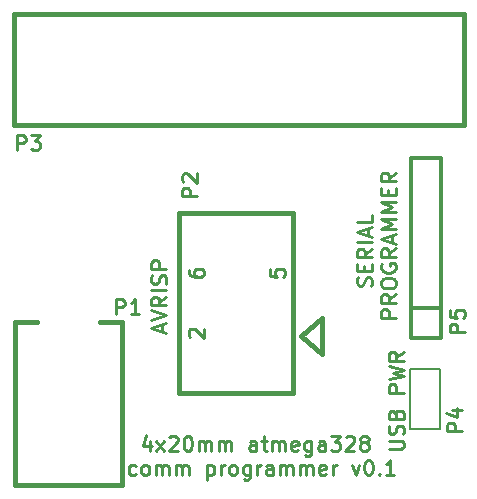
<source format=gto>
G04 (created by PCBNEW (2013-mar-13)-testing) date Tue 12 Nov 2013 05:10:08 PM PST*
%MOIN*%
G04 Gerber Fmt 3.4, Leading zero omitted, Abs format*
%FSLAX34Y34*%
G01*
G70*
G90*
G04 APERTURE LIST*
%ADD10C,0.005906*%
%ADD11C,0.010000*%
%ADD12C,0.015000*%
%ADD13C,0.006000*%
%ADD14C,0.012000*%
G04 APERTURE END LIST*
G54D10*
G54D11*
X24605Y-33957D02*
X24605Y-34291D01*
X24486Y-33767D02*
X24367Y-34124D01*
X24677Y-34124D01*
X24820Y-34291D02*
X25081Y-33957D01*
X24820Y-33957D02*
X25081Y-34291D01*
X25248Y-33838D02*
X25272Y-33815D01*
X25320Y-33791D01*
X25439Y-33791D01*
X25486Y-33815D01*
X25510Y-33838D01*
X25534Y-33886D01*
X25534Y-33934D01*
X25510Y-34005D01*
X25224Y-34291D01*
X25534Y-34291D01*
X25843Y-33791D02*
X25891Y-33791D01*
X25939Y-33815D01*
X25962Y-33838D01*
X25986Y-33886D01*
X26010Y-33981D01*
X26010Y-34100D01*
X25986Y-34195D01*
X25962Y-34243D01*
X25939Y-34267D01*
X25891Y-34291D01*
X25843Y-34291D01*
X25796Y-34267D01*
X25772Y-34243D01*
X25748Y-34195D01*
X25724Y-34100D01*
X25724Y-33981D01*
X25748Y-33886D01*
X25772Y-33838D01*
X25796Y-33815D01*
X25843Y-33791D01*
X26224Y-34291D02*
X26224Y-33957D01*
X26224Y-34005D02*
X26248Y-33981D01*
X26296Y-33957D01*
X26367Y-33957D01*
X26415Y-33981D01*
X26439Y-34029D01*
X26439Y-34291D01*
X26439Y-34029D02*
X26462Y-33981D01*
X26510Y-33957D01*
X26581Y-33957D01*
X26629Y-33981D01*
X26653Y-34029D01*
X26653Y-34291D01*
X26891Y-34291D02*
X26891Y-33957D01*
X26891Y-34005D02*
X26915Y-33981D01*
X26962Y-33957D01*
X27034Y-33957D01*
X27081Y-33981D01*
X27105Y-34029D01*
X27105Y-34291D01*
X27105Y-34029D02*
X27129Y-33981D01*
X27177Y-33957D01*
X27248Y-33957D01*
X27296Y-33981D01*
X27320Y-34029D01*
X27320Y-34291D01*
X28153Y-34291D02*
X28153Y-34029D01*
X28129Y-33981D01*
X28081Y-33957D01*
X27986Y-33957D01*
X27939Y-33981D01*
X28153Y-34267D02*
X28105Y-34291D01*
X27986Y-34291D01*
X27939Y-34267D01*
X27915Y-34219D01*
X27915Y-34172D01*
X27939Y-34124D01*
X27986Y-34100D01*
X28105Y-34100D01*
X28153Y-34076D01*
X28320Y-33957D02*
X28510Y-33957D01*
X28391Y-33791D02*
X28391Y-34219D01*
X28415Y-34267D01*
X28462Y-34291D01*
X28510Y-34291D01*
X28677Y-34291D02*
X28677Y-33957D01*
X28677Y-34005D02*
X28700Y-33981D01*
X28748Y-33957D01*
X28820Y-33957D01*
X28867Y-33981D01*
X28891Y-34029D01*
X28891Y-34291D01*
X28891Y-34029D02*
X28915Y-33981D01*
X28962Y-33957D01*
X29034Y-33957D01*
X29081Y-33981D01*
X29105Y-34029D01*
X29105Y-34291D01*
X29534Y-34267D02*
X29486Y-34291D01*
X29391Y-34291D01*
X29343Y-34267D01*
X29320Y-34219D01*
X29320Y-34029D01*
X29343Y-33981D01*
X29391Y-33957D01*
X29486Y-33957D01*
X29534Y-33981D01*
X29558Y-34029D01*
X29558Y-34076D01*
X29320Y-34124D01*
X29986Y-33957D02*
X29986Y-34362D01*
X29962Y-34410D01*
X29939Y-34434D01*
X29891Y-34457D01*
X29819Y-34457D01*
X29772Y-34434D01*
X29986Y-34267D02*
X29939Y-34291D01*
X29843Y-34291D01*
X29796Y-34267D01*
X29772Y-34243D01*
X29748Y-34195D01*
X29748Y-34053D01*
X29772Y-34005D01*
X29796Y-33981D01*
X29843Y-33957D01*
X29939Y-33957D01*
X29986Y-33981D01*
X30439Y-34291D02*
X30439Y-34029D01*
X30415Y-33981D01*
X30367Y-33957D01*
X30272Y-33957D01*
X30224Y-33981D01*
X30439Y-34267D02*
X30391Y-34291D01*
X30272Y-34291D01*
X30224Y-34267D01*
X30200Y-34219D01*
X30200Y-34172D01*
X30224Y-34124D01*
X30272Y-34100D01*
X30391Y-34100D01*
X30439Y-34076D01*
X30629Y-33791D02*
X30939Y-33791D01*
X30772Y-33981D01*
X30843Y-33981D01*
X30891Y-34005D01*
X30915Y-34029D01*
X30939Y-34076D01*
X30939Y-34195D01*
X30915Y-34243D01*
X30891Y-34267D01*
X30843Y-34291D01*
X30700Y-34291D01*
X30653Y-34267D01*
X30629Y-34243D01*
X31129Y-33838D02*
X31153Y-33815D01*
X31200Y-33791D01*
X31320Y-33791D01*
X31367Y-33815D01*
X31391Y-33838D01*
X31415Y-33886D01*
X31415Y-33934D01*
X31391Y-34005D01*
X31105Y-34291D01*
X31415Y-34291D01*
X31700Y-34005D02*
X31653Y-33981D01*
X31629Y-33957D01*
X31605Y-33910D01*
X31605Y-33886D01*
X31629Y-33838D01*
X31653Y-33815D01*
X31700Y-33791D01*
X31796Y-33791D01*
X31843Y-33815D01*
X31867Y-33838D01*
X31891Y-33886D01*
X31891Y-33910D01*
X31867Y-33957D01*
X31843Y-33981D01*
X31796Y-34005D01*
X31700Y-34005D01*
X31653Y-34029D01*
X31629Y-34053D01*
X31605Y-34100D01*
X31605Y-34195D01*
X31629Y-34243D01*
X31653Y-34267D01*
X31700Y-34291D01*
X31796Y-34291D01*
X31843Y-34267D01*
X31867Y-34243D01*
X31891Y-34195D01*
X31891Y-34100D01*
X31867Y-34053D01*
X31843Y-34029D01*
X31796Y-34005D01*
X24129Y-35067D02*
X24081Y-35091D01*
X23986Y-35091D01*
X23939Y-35067D01*
X23915Y-35043D01*
X23891Y-34995D01*
X23891Y-34853D01*
X23915Y-34805D01*
X23939Y-34781D01*
X23986Y-34757D01*
X24081Y-34757D01*
X24129Y-34781D01*
X24415Y-35091D02*
X24367Y-35067D01*
X24343Y-35043D01*
X24320Y-34995D01*
X24320Y-34853D01*
X24343Y-34805D01*
X24367Y-34781D01*
X24415Y-34757D01*
X24486Y-34757D01*
X24534Y-34781D01*
X24558Y-34805D01*
X24581Y-34853D01*
X24581Y-34995D01*
X24558Y-35043D01*
X24534Y-35067D01*
X24486Y-35091D01*
X24415Y-35091D01*
X24796Y-35091D02*
X24796Y-34757D01*
X24796Y-34805D02*
X24820Y-34781D01*
X24867Y-34757D01*
X24939Y-34757D01*
X24986Y-34781D01*
X25010Y-34829D01*
X25010Y-35091D01*
X25010Y-34829D02*
X25034Y-34781D01*
X25081Y-34757D01*
X25153Y-34757D01*
X25200Y-34781D01*
X25224Y-34829D01*
X25224Y-35091D01*
X25462Y-35091D02*
X25462Y-34757D01*
X25462Y-34805D02*
X25486Y-34781D01*
X25534Y-34757D01*
X25605Y-34757D01*
X25653Y-34781D01*
X25677Y-34829D01*
X25677Y-35091D01*
X25677Y-34829D02*
X25700Y-34781D01*
X25748Y-34757D01*
X25820Y-34757D01*
X25867Y-34781D01*
X25891Y-34829D01*
X25891Y-35091D01*
X26510Y-34757D02*
X26510Y-35257D01*
X26510Y-34781D02*
X26558Y-34757D01*
X26653Y-34757D01*
X26700Y-34781D01*
X26724Y-34805D01*
X26748Y-34853D01*
X26748Y-34995D01*
X26724Y-35043D01*
X26700Y-35067D01*
X26653Y-35091D01*
X26558Y-35091D01*
X26510Y-35067D01*
X26962Y-35091D02*
X26962Y-34757D01*
X26962Y-34853D02*
X26986Y-34805D01*
X27010Y-34781D01*
X27058Y-34757D01*
X27105Y-34757D01*
X27343Y-35091D02*
X27296Y-35067D01*
X27272Y-35043D01*
X27248Y-34995D01*
X27248Y-34853D01*
X27272Y-34805D01*
X27296Y-34781D01*
X27343Y-34757D01*
X27415Y-34757D01*
X27462Y-34781D01*
X27486Y-34805D01*
X27510Y-34853D01*
X27510Y-34995D01*
X27486Y-35043D01*
X27462Y-35067D01*
X27415Y-35091D01*
X27343Y-35091D01*
X27939Y-34757D02*
X27939Y-35162D01*
X27915Y-35210D01*
X27891Y-35234D01*
X27843Y-35257D01*
X27772Y-35257D01*
X27724Y-35234D01*
X27939Y-35067D02*
X27891Y-35091D01*
X27796Y-35091D01*
X27748Y-35067D01*
X27724Y-35043D01*
X27700Y-34995D01*
X27700Y-34853D01*
X27724Y-34805D01*
X27748Y-34781D01*
X27796Y-34757D01*
X27891Y-34757D01*
X27939Y-34781D01*
X28177Y-35091D02*
X28177Y-34757D01*
X28177Y-34853D02*
X28200Y-34805D01*
X28224Y-34781D01*
X28272Y-34757D01*
X28320Y-34757D01*
X28700Y-35091D02*
X28700Y-34829D01*
X28677Y-34781D01*
X28629Y-34757D01*
X28534Y-34757D01*
X28486Y-34781D01*
X28700Y-35067D02*
X28653Y-35091D01*
X28534Y-35091D01*
X28486Y-35067D01*
X28462Y-35019D01*
X28462Y-34972D01*
X28486Y-34924D01*
X28534Y-34900D01*
X28653Y-34900D01*
X28700Y-34876D01*
X28939Y-35091D02*
X28939Y-34757D01*
X28939Y-34805D02*
X28962Y-34781D01*
X29010Y-34757D01*
X29081Y-34757D01*
X29129Y-34781D01*
X29153Y-34829D01*
X29153Y-35091D01*
X29153Y-34829D02*
X29177Y-34781D01*
X29224Y-34757D01*
X29296Y-34757D01*
X29343Y-34781D01*
X29367Y-34829D01*
X29367Y-35091D01*
X29605Y-35091D02*
X29605Y-34757D01*
X29605Y-34805D02*
X29629Y-34781D01*
X29677Y-34757D01*
X29748Y-34757D01*
X29796Y-34781D01*
X29820Y-34829D01*
X29820Y-35091D01*
X29820Y-34829D02*
X29843Y-34781D01*
X29891Y-34757D01*
X29962Y-34757D01*
X30010Y-34781D01*
X30034Y-34829D01*
X30034Y-35091D01*
X30462Y-35067D02*
X30415Y-35091D01*
X30320Y-35091D01*
X30272Y-35067D01*
X30248Y-35019D01*
X30248Y-34829D01*
X30272Y-34781D01*
X30320Y-34757D01*
X30415Y-34757D01*
X30462Y-34781D01*
X30486Y-34829D01*
X30486Y-34876D01*
X30248Y-34924D01*
X30700Y-35091D02*
X30700Y-34757D01*
X30700Y-34853D02*
X30724Y-34805D01*
X30748Y-34781D01*
X30796Y-34757D01*
X30843Y-34757D01*
X31343Y-34757D02*
X31462Y-35091D01*
X31581Y-34757D01*
X31867Y-34591D02*
X31915Y-34591D01*
X31962Y-34615D01*
X31986Y-34638D01*
X32010Y-34686D01*
X32034Y-34781D01*
X32034Y-34900D01*
X32010Y-34995D01*
X31986Y-35043D01*
X31962Y-35067D01*
X31915Y-35091D01*
X31867Y-35091D01*
X31819Y-35067D01*
X31796Y-35043D01*
X31772Y-34995D01*
X31748Y-34900D01*
X31748Y-34781D01*
X31772Y-34686D01*
X31796Y-34638D01*
X31819Y-34615D01*
X31867Y-34591D01*
X32248Y-35043D02*
X32272Y-35067D01*
X32248Y-35091D01*
X32224Y-35067D01*
X32248Y-35043D01*
X32248Y-35091D01*
X32748Y-35091D02*
X32462Y-35091D01*
X32605Y-35091D02*
X32605Y-34591D01*
X32558Y-34662D01*
X32510Y-34710D01*
X32462Y-34734D01*
X32556Y-34227D02*
X32960Y-34227D01*
X33008Y-34203D01*
X33032Y-34179D01*
X33056Y-34131D01*
X33056Y-34036D01*
X33032Y-33989D01*
X33008Y-33965D01*
X32960Y-33941D01*
X32556Y-33941D01*
X33032Y-33727D02*
X33056Y-33655D01*
X33056Y-33536D01*
X33032Y-33489D01*
X33008Y-33465D01*
X32960Y-33441D01*
X32913Y-33441D01*
X32865Y-33465D01*
X32841Y-33489D01*
X32818Y-33536D01*
X32794Y-33631D01*
X32770Y-33679D01*
X32746Y-33703D01*
X32699Y-33727D01*
X32651Y-33727D01*
X32603Y-33703D01*
X32580Y-33679D01*
X32556Y-33631D01*
X32556Y-33512D01*
X32580Y-33441D01*
X32794Y-33060D02*
X32818Y-32989D01*
X32841Y-32965D01*
X32889Y-32941D01*
X32960Y-32941D01*
X33008Y-32965D01*
X33032Y-32989D01*
X33056Y-33036D01*
X33056Y-33227D01*
X32556Y-33227D01*
X32556Y-33060D01*
X32580Y-33012D01*
X32603Y-32989D01*
X32651Y-32965D01*
X32699Y-32965D01*
X32746Y-32989D01*
X32770Y-33012D01*
X32794Y-33060D01*
X32794Y-33227D01*
X33056Y-32346D02*
X32556Y-32346D01*
X32556Y-32155D01*
X32580Y-32108D01*
X32603Y-32084D01*
X32651Y-32060D01*
X32722Y-32060D01*
X32770Y-32084D01*
X32794Y-32108D01*
X32818Y-32155D01*
X32818Y-32346D01*
X32556Y-31893D02*
X33056Y-31774D01*
X32699Y-31679D01*
X33056Y-31584D01*
X32556Y-31465D01*
X33056Y-30989D02*
X32818Y-31155D01*
X33056Y-31274D02*
X32556Y-31274D01*
X32556Y-31084D01*
X32580Y-31036D01*
X32603Y-31012D01*
X32651Y-30989D01*
X32722Y-30989D01*
X32770Y-31012D01*
X32794Y-31036D01*
X32818Y-31084D01*
X32818Y-31274D01*
X31982Y-28785D02*
X32006Y-28713D01*
X32006Y-28594D01*
X31982Y-28547D01*
X31958Y-28523D01*
X31910Y-28499D01*
X31863Y-28499D01*
X31815Y-28523D01*
X31791Y-28547D01*
X31768Y-28594D01*
X31744Y-28689D01*
X31720Y-28737D01*
X31696Y-28761D01*
X31649Y-28785D01*
X31601Y-28785D01*
X31553Y-28761D01*
X31530Y-28737D01*
X31506Y-28689D01*
X31506Y-28570D01*
X31530Y-28499D01*
X31744Y-28285D02*
X31744Y-28118D01*
X32006Y-28047D02*
X32006Y-28285D01*
X31506Y-28285D01*
X31506Y-28047D01*
X32006Y-27547D02*
X31768Y-27713D01*
X32006Y-27832D02*
X31506Y-27832D01*
X31506Y-27642D01*
X31530Y-27594D01*
X31553Y-27570D01*
X31601Y-27547D01*
X31672Y-27547D01*
X31720Y-27570D01*
X31744Y-27594D01*
X31768Y-27642D01*
X31768Y-27832D01*
X32006Y-27332D02*
X31506Y-27332D01*
X31863Y-27118D02*
X31863Y-26880D01*
X32006Y-27166D02*
X31506Y-26999D01*
X32006Y-26832D01*
X32006Y-26428D02*
X32006Y-26666D01*
X31506Y-26666D01*
X32806Y-29844D02*
X32306Y-29844D01*
X32306Y-29654D01*
X32330Y-29606D01*
X32353Y-29582D01*
X32401Y-29559D01*
X32472Y-29559D01*
X32520Y-29582D01*
X32544Y-29606D01*
X32568Y-29654D01*
X32568Y-29844D01*
X32806Y-29059D02*
X32568Y-29225D01*
X32806Y-29344D02*
X32306Y-29344D01*
X32306Y-29154D01*
X32330Y-29106D01*
X32353Y-29082D01*
X32401Y-29059D01*
X32472Y-29059D01*
X32520Y-29082D01*
X32544Y-29106D01*
X32568Y-29154D01*
X32568Y-29344D01*
X32306Y-28749D02*
X32306Y-28654D01*
X32330Y-28606D01*
X32377Y-28559D01*
X32472Y-28535D01*
X32639Y-28535D01*
X32734Y-28559D01*
X32782Y-28606D01*
X32806Y-28654D01*
X32806Y-28749D01*
X32782Y-28797D01*
X32734Y-28844D01*
X32639Y-28868D01*
X32472Y-28868D01*
X32377Y-28844D01*
X32330Y-28797D01*
X32306Y-28749D01*
X32330Y-28059D02*
X32306Y-28106D01*
X32306Y-28178D01*
X32330Y-28249D01*
X32377Y-28297D01*
X32425Y-28320D01*
X32520Y-28344D01*
X32591Y-28344D01*
X32687Y-28320D01*
X32734Y-28297D01*
X32782Y-28249D01*
X32806Y-28178D01*
X32806Y-28130D01*
X32782Y-28059D01*
X32758Y-28035D01*
X32591Y-28035D01*
X32591Y-28130D01*
X32806Y-27535D02*
X32568Y-27701D01*
X32806Y-27820D02*
X32306Y-27820D01*
X32306Y-27630D01*
X32330Y-27582D01*
X32353Y-27559D01*
X32401Y-27535D01*
X32472Y-27535D01*
X32520Y-27559D01*
X32544Y-27582D01*
X32568Y-27630D01*
X32568Y-27820D01*
X32663Y-27344D02*
X32663Y-27106D01*
X32806Y-27392D02*
X32306Y-27225D01*
X32806Y-27059D01*
X32806Y-26892D02*
X32306Y-26892D01*
X32663Y-26725D01*
X32306Y-26559D01*
X32806Y-26559D01*
X32806Y-26320D02*
X32306Y-26320D01*
X32663Y-26154D01*
X32306Y-25987D01*
X32806Y-25987D01*
X32544Y-25749D02*
X32544Y-25582D01*
X32806Y-25511D02*
X32806Y-25749D01*
X32306Y-25749D01*
X32306Y-25511D01*
X32806Y-25011D02*
X32568Y-25178D01*
X32806Y-25297D02*
X32306Y-25297D01*
X32306Y-25106D01*
X32330Y-25059D01*
X32353Y-25035D01*
X32401Y-25011D01*
X32472Y-25011D01*
X32520Y-25035D01*
X32544Y-25059D01*
X32568Y-25106D01*
X32568Y-25297D01*
X25008Y-30320D02*
X25008Y-30082D01*
X25151Y-30368D02*
X24651Y-30201D01*
X25151Y-30034D01*
X24651Y-29939D02*
X25151Y-29772D01*
X24651Y-29606D01*
X25151Y-29153D02*
X24913Y-29320D01*
X25151Y-29439D02*
X24651Y-29439D01*
X24651Y-29249D01*
X24675Y-29201D01*
X24698Y-29177D01*
X24746Y-29153D01*
X24817Y-29153D01*
X24865Y-29177D01*
X24889Y-29201D01*
X24913Y-29249D01*
X24913Y-29439D01*
X25151Y-28939D02*
X24651Y-28939D01*
X25127Y-28725D02*
X25151Y-28653D01*
X25151Y-28534D01*
X25127Y-28487D01*
X25103Y-28463D01*
X25055Y-28439D01*
X25008Y-28439D01*
X24960Y-28463D01*
X24936Y-28487D01*
X24913Y-28534D01*
X24889Y-28630D01*
X24865Y-28677D01*
X24841Y-28701D01*
X24794Y-28725D01*
X24746Y-28725D01*
X24698Y-28701D01*
X24675Y-28677D01*
X24651Y-28630D01*
X24651Y-28510D01*
X24675Y-28439D01*
X25151Y-28225D02*
X24651Y-28225D01*
X24651Y-28034D01*
X24675Y-27987D01*
X24698Y-27963D01*
X24746Y-27939D01*
X24817Y-27939D01*
X24865Y-27963D01*
X24889Y-27987D01*
X24913Y-28034D01*
X24913Y-28225D01*
G54D12*
X22953Y-29985D02*
X23662Y-29985D01*
X23662Y-29985D02*
X23662Y-35418D01*
X23662Y-35418D02*
X20158Y-35418D01*
X20158Y-35418D02*
X20118Y-35418D01*
X20118Y-35418D02*
X20118Y-29985D01*
X20118Y-29985D02*
X20827Y-29985D01*
X29365Y-32350D02*
X29365Y-26350D01*
X25565Y-32350D02*
X25565Y-26350D01*
X25565Y-26350D02*
X29365Y-26350D01*
X29365Y-32350D02*
X25565Y-32350D01*
X30339Y-31067D02*
X30339Y-29885D01*
X29626Y-30462D02*
X30326Y-31062D01*
X30325Y-29862D02*
X29625Y-30462D01*
X33559Y-19713D02*
X35059Y-19713D01*
X35059Y-19713D02*
X35059Y-20013D01*
X21559Y-19713D02*
X20059Y-19713D01*
X20059Y-19713D02*
X20059Y-19913D01*
X21559Y-23413D02*
X20059Y-23413D01*
X20059Y-23413D02*
X20059Y-19913D01*
X33559Y-23413D02*
X35059Y-23413D01*
X35059Y-23413D02*
X35059Y-19913D01*
X33559Y-23413D02*
X21559Y-23413D01*
X21559Y-19713D02*
X33559Y-19713D01*
G54D13*
X34270Y-33560D02*
X33270Y-33560D01*
X33270Y-33560D02*
X33270Y-31560D01*
X33270Y-31560D02*
X34270Y-31560D01*
X34270Y-31560D02*
X34270Y-33560D01*
G54D14*
X34310Y-30510D02*
X33310Y-30510D01*
X33310Y-30510D02*
X33310Y-24510D01*
X33310Y-24510D02*
X34310Y-24510D01*
X34310Y-24510D02*
X34310Y-30510D01*
X34310Y-29510D02*
X33310Y-29510D01*
G54D11*
X23480Y-29726D02*
X23480Y-29226D01*
X23671Y-29226D01*
X23719Y-29250D01*
X23742Y-29273D01*
X23766Y-29321D01*
X23766Y-29392D01*
X23742Y-29440D01*
X23719Y-29464D01*
X23671Y-29488D01*
X23480Y-29488D01*
X24242Y-29726D02*
X23957Y-29726D01*
X24100Y-29726D02*
X24100Y-29226D01*
X24052Y-29297D01*
X24004Y-29345D01*
X23957Y-29369D01*
X26171Y-25799D02*
X25671Y-25799D01*
X25671Y-25608D01*
X25695Y-25560D01*
X25718Y-25537D01*
X25766Y-25513D01*
X25837Y-25513D01*
X25885Y-25537D01*
X25909Y-25560D01*
X25933Y-25608D01*
X25933Y-25799D01*
X25718Y-25322D02*
X25695Y-25299D01*
X25671Y-25251D01*
X25671Y-25132D01*
X25695Y-25084D01*
X25718Y-25060D01*
X25766Y-25037D01*
X25814Y-25037D01*
X25885Y-25060D01*
X26171Y-25346D01*
X26171Y-25037D01*
X28591Y-28230D02*
X28591Y-28469D01*
X28829Y-28492D01*
X28805Y-28469D01*
X28781Y-28421D01*
X28781Y-28302D01*
X28805Y-28254D01*
X28829Y-28230D01*
X28876Y-28207D01*
X28995Y-28207D01*
X29043Y-28230D01*
X29067Y-28254D01*
X29091Y-28302D01*
X29091Y-28421D01*
X29067Y-28469D01*
X29043Y-28492D01*
X25891Y-28254D02*
X25891Y-28350D01*
X25915Y-28397D01*
X25938Y-28421D01*
X26010Y-28469D01*
X26105Y-28492D01*
X26295Y-28492D01*
X26343Y-28469D01*
X26367Y-28445D01*
X26391Y-28397D01*
X26391Y-28302D01*
X26367Y-28254D01*
X26343Y-28230D01*
X26295Y-28207D01*
X26176Y-28207D01*
X26129Y-28230D01*
X26105Y-28254D01*
X26081Y-28302D01*
X26081Y-28397D01*
X26105Y-28445D01*
X26129Y-28469D01*
X26176Y-28492D01*
X25938Y-30492D02*
X25915Y-30469D01*
X25891Y-30421D01*
X25891Y-30302D01*
X25915Y-30254D01*
X25938Y-30230D01*
X25986Y-30207D01*
X26034Y-30207D01*
X26105Y-30230D01*
X26391Y-30516D01*
X26391Y-30207D01*
X20182Y-24261D02*
X20182Y-23761D01*
X20372Y-23761D01*
X20420Y-23785D01*
X20444Y-23809D01*
X20467Y-23856D01*
X20467Y-23928D01*
X20444Y-23975D01*
X20420Y-23999D01*
X20372Y-24023D01*
X20182Y-24023D01*
X20634Y-23761D02*
X20944Y-23761D01*
X20777Y-23952D01*
X20848Y-23952D01*
X20896Y-23975D01*
X20920Y-23999D01*
X20944Y-24047D01*
X20944Y-24166D01*
X20920Y-24214D01*
X20896Y-24237D01*
X20848Y-24261D01*
X20705Y-24261D01*
X20658Y-24237D01*
X20634Y-24214D01*
X35006Y-33629D02*
X34506Y-33629D01*
X34506Y-33438D01*
X34530Y-33390D01*
X34553Y-33367D01*
X34601Y-33343D01*
X34672Y-33343D01*
X34720Y-33367D01*
X34744Y-33390D01*
X34768Y-33438D01*
X34768Y-33629D01*
X34672Y-32914D02*
X35006Y-32914D01*
X34482Y-33033D02*
X34839Y-33152D01*
X34839Y-32843D01*
X35091Y-30339D02*
X34591Y-30339D01*
X34591Y-30148D01*
X34615Y-30100D01*
X34638Y-30077D01*
X34686Y-30053D01*
X34757Y-30053D01*
X34805Y-30077D01*
X34829Y-30100D01*
X34853Y-30148D01*
X34853Y-30339D01*
X34591Y-29600D02*
X34591Y-29839D01*
X34829Y-29862D01*
X34805Y-29839D01*
X34781Y-29791D01*
X34781Y-29672D01*
X34805Y-29624D01*
X34829Y-29600D01*
X34876Y-29577D01*
X34995Y-29577D01*
X35043Y-29600D01*
X35067Y-29624D01*
X35091Y-29672D01*
X35091Y-29791D01*
X35067Y-29839D01*
X35043Y-29862D01*
M02*

</source>
